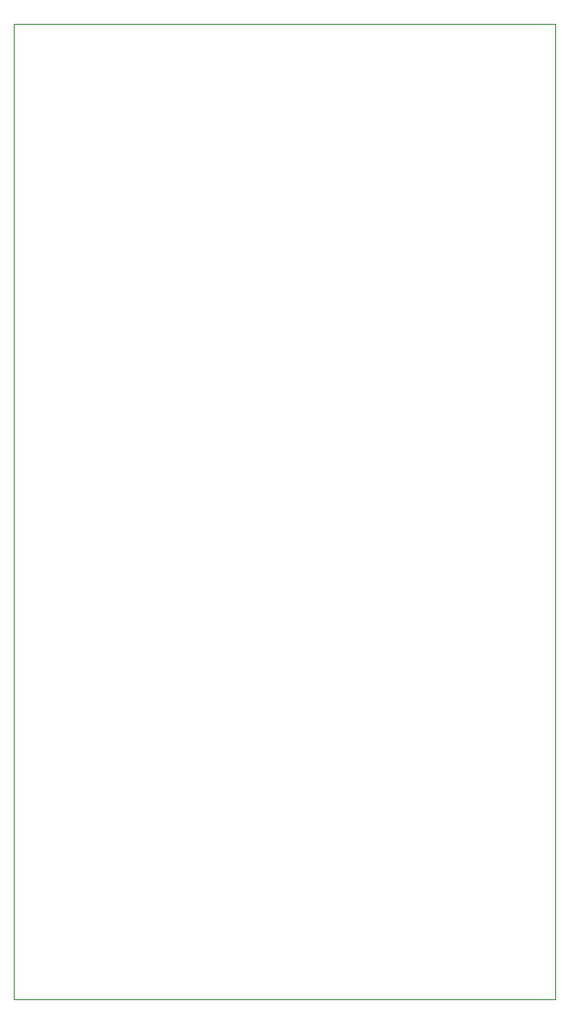
<source format=gm1>
%TF.GenerationSoftware,KiCad,Pcbnew,9.0.0*%
%TF.CreationDate,2025-04-14T19:38:07-04:00*%
%TF.ProjectId,brainfreeze,62726169-6e66-4726-9565-7a652e6b6963,rev?*%
%TF.SameCoordinates,Original*%
%TF.FileFunction,Profile,NP*%
%FSLAX46Y46*%
G04 Gerber Fmt 4.6, Leading zero omitted, Abs format (unit mm)*
G04 Created by KiCad (PCBNEW 9.0.0) date 2025-04-14 19:38:07*
%MOMM*%
%LPD*%
G01*
G04 APERTURE LIST*
%TA.AperFunction,Profile*%
%ADD10C,0.038100*%
%TD*%
G04 APERTURE END LIST*
D10*
X175100000Y-66600000D02*
X225100000Y-66600000D01*
X225100000Y-156600000D01*
X175100000Y-156600000D01*
X175100000Y-66600000D01*
M02*

</source>
